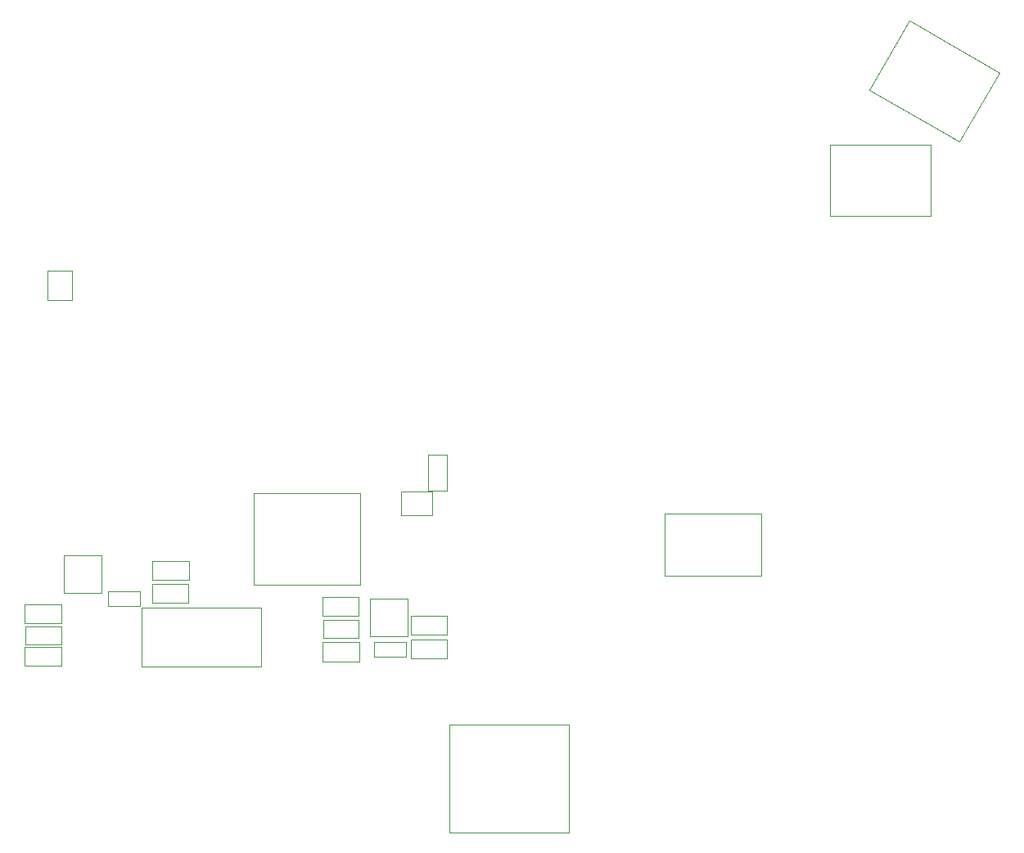
<source format=gbr>
%TF.GenerationSoftware,KiCad,Pcbnew,8.0.2*%
%TF.CreationDate,2025-01-19T21:46:12+07:00*%
%TF.ProjectId,sudi-keyboard,73756469-2d6b-4657-9962-6f6172642e6b,1*%
%TF.SameCoordinates,Original*%
%TF.FileFunction,Other,User*%
%FSLAX46Y46*%
G04 Gerber Fmt 4.6, Leading zero omitted, Abs format (unit mm)*
G04 Created by KiCad (PCBNEW 8.0.2) date 2025-01-19 21:46:12*
%MOMM*%
%LPD*%
G01*
G04 APERTURE LIST*
%ADD10C,0.050000*%
G04 APERTURE END LIST*
D10*
%TO.C,J2*%
X172500000Y-143649999D02*
X184849999Y-143649999D01*
X172500002Y-132450001D02*
X172500000Y-143649999D01*
X184849999Y-132449999D02*
X172500002Y-132450001D01*
X184849999Y-143649999D02*
X184849999Y-132449999D01*
%TO.C,C17*%
X141770000Y-117910000D02*
X145530000Y-117909999D01*
X141770000Y-119870001D02*
X141770000Y-117910000D01*
X145530000Y-117909999D02*
X145530000Y-119870000D01*
X145530000Y-119870000D02*
X141770000Y-119870001D01*
%TO.C,U4*%
X211849999Y-72449999D02*
X211850000Y-79850000D01*
X211850000Y-79850000D02*
X222250001Y-79850001D01*
X222250000Y-72450000D02*
X211849999Y-72449999D01*
X222250001Y-79850001D02*
X222250000Y-72450000D01*
%TO.C,SW1*%
X194750001Y-110600001D02*
X194750002Y-117100000D01*
X204749998Y-110600000D02*
X194750001Y-110600001D01*
X204749999Y-117099999D02*
X194750002Y-117100000D01*
X204749999Y-117099999D02*
X204749998Y-110600000D01*
%TO.C,C56*%
X170319999Y-104520000D02*
X172280000Y-104520000D01*
X170320000Y-108280000D02*
X170319999Y-104520000D01*
X172280000Y-104520000D02*
X172280001Y-108280000D01*
X172280001Y-108280000D02*
X170320000Y-108280000D01*
%TO.C,D11*%
X130943876Y-85526531D02*
X130943876Y-88566531D01*
X130943876Y-88566531D02*
X133443870Y-88566529D01*
X133443870Y-85526529D02*
X130943876Y-85526531D01*
X133443870Y-88566529D02*
X133443870Y-85526529D01*
%TO.C,C13*%
X168519996Y-125630000D02*
X168520000Y-123669999D01*
X168520000Y-123669999D02*
X172280004Y-123670000D01*
X172280000Y-125630001D02*
X168519996Y-125630000D01*
X172280004Y-123670000D02*
X172280000Y-125630001D01*
%TO.C,C14*%
X128570000Y-124420001D02*
X132330000Y-124420000D01*
X128570000Y-126380002D02*
X128570000Y-124420001D01*
X132330000Y-124420000D02*
X132330000Y-126380001D01*
X132330000Y-126380001D02*
X128570000Y-126380002D01*
%TO.C,U6*%
X164250000Y-119439999D02*
X164250000Y-123339999D01*
X164250000Y-119439999D02*
X168150000Y-119439999D01*
X164250000Y-123339999D02*
X168150000Y-123339999D01*
X168150000Y-119439999D02*
X168150000Y-123339999D01*
%TO.C,L1*%
X164699998Y-125419999D02*
X164700003Y-123960001D01*
X164700003Y-123960001D02*
X168000002Y-123959999D01*
X167999997Y-125419997D02*
X164699998Y-125419999D01*
X168000002Y-123959999D02*
X167999997Y-125419997D01*
%TO.C,R16*%
X128650000Y-122300000D02*
X132350000Y-122300000D01*
X128650000Y-124200000D02*
X128650000Y-122300000D01*
X132350000Y-122300000D02*
X132350000Y-124200000D01*
X132350000Y-124200000D02*
X128650000Y-124200000D01*
%TO.C,C11*%
X159369997Y-121230000D02*
X159370001Y-119269999D01*
X159370001Y-119269999D02*
X163130005Y-119270000D01*
X163130001Y-121230001D02*
X159369997Y-121230000D01*
X163130005Y-119270000D02*
X163130001Y-121230001D01*
%TO.C,C12*%
X168519996Y-123180001D02*
X168520000Y-121220000D01*
X168520000Y-121220000D02*
X172280004Y-121220001D01*
X172280000Y-123180002D02*
X168519996Y-123180001D01*
X172280004Y-121220001D02*
X172280000Y-123180002D01*
%TO.C,J4*%
X140649998Y-120350000D02*
X140649999Y-126499999D01*
X140649999Y-126499999D02*
X152999998Y-126499999D01*
X152999998Y-126499999D02*
X153000000Y-120350000D01*
X153000000Y-120350000D02*
X140649998Y-120350000D01*
%TO.C,C16*%
X141789999Y-115520000D02*
X145549999Y-115519999D01*
X141789999Y-117480001D02*
X141789999Y-115520000D01*
X145549999Y-115519999D02*
X145549999Y-117480000D01*
X145549999Y-117480000D02*
X141789999Y-117480001D01*
%TO.C,C15*%
X128570000Y-120020000D02*
X132330000Y-120019999D01*
X128570000Y-121980001D02*
X128570000Y-120020000D01*
X132330000Y-120019999D02*
X132330000Y-121980000D01*
X132330000Y-121980000D02*
X128570000Y-121980001D01*
%TO.C,R13*%
X159432380Y-121634947D02*
X163132380Y-121634947D01*
X159432380Y-123534947D02*
X159432380Y-121634947D01*
X163132380Y-121634947D02*
X163132380Y-123534947D01*
X163132380Y-123534947D02*
X159432380Y-123534947D01*
%TO.C,U8*%
X152240000Y-118009999D02*
X152239999Y-108510000D01*
X163240000Y-108510001D02*
X152239999Y-108510000D01*
X163240001Y-118010000D02*
X152240000Y-118009999D01*
X163240001Y-118010000D02*
X163240000Y-108510001D01*
%TO.C,U9*%
X132650000Y-114950000D02*
X132650000Y-118850000D01*
X132650000Y-114950000D02*
X136550000Y-114950000D01*
X132650000Y-118850000D02*
X136550000Y-118850000D01*
X136550000Y-114950000D02*
X136550000Y-118850000D01*
%TO.C,J5*%
X229403058Y-64972646D02*
X225278056Y-72117356D01*
X215976943Y-66747354D01*
X220101943Y-59602645D01*
X229403058Y-64972646D01*
%TO.C,U10*%
X167500000Y-108350000D02*
X167500000Y-110850000D01*
X167500000Y-110850000D02*
X170700000Y-110850000D01*
X170700000Y-108350000D02*
X167500000Y-108350000D01*
X170700000Y-110850000D02*
X170700000Y-108350000D01*
%TO.C,C4*%
X159419996Y-125930000D02*
X159420000Y-123969999D01*
X159420000Y-123969999D02*
X163180004Y-123970000D01*
X163180000Y-125930001D02*
X159419996Y-125930000D01*
X163180004Y-123970000D02*
X163180000Y-125930001D01*
%TO.C,L2*%
X137199998Y-120180000D02*
X137200000Y-118720002D01*
X137200000Y-118720002D02*
X140500002Y-118720000D01*
X140500000Y-120179998D02*
X137199998Y-120180000D01*
X140500002Y-118720000D02*
X140500000Y-120179998D01*
%TD*%
M02*

</source>
